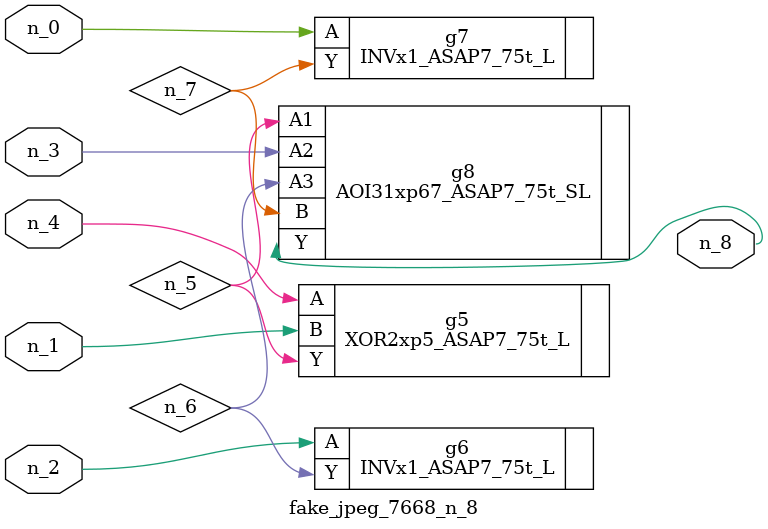
<source format=v>
module fake_jpeg_7668_n_8 (n_3, n_2, n_1, n_0, n_4, n_8);

input n_3;
input n_2;
input n_1;
input n_0;
input n_4;

output n_8;

wire n_6;
wire n_5;
wire n_7;

XOR2xp5_ASAP7_75t_L g5 ( 
.A(n_4),
.B(n_1),
.Y(n_5)
);

INVx1_ASAP7_75t_L g6 ( 
.A(n_2),
.Y(n_6)
);

INVx1_ASAP7_75t_L g7 ( 
.A(n_0),
.Y(n_7)
);

AOI31xp67_ASAP7_75t_SL g8 ( 
.A1(n_5),
.A2(n_3),
.A3(n_6),
.B(n_7),
.Y(n_8)
);


endmodule
</source>
